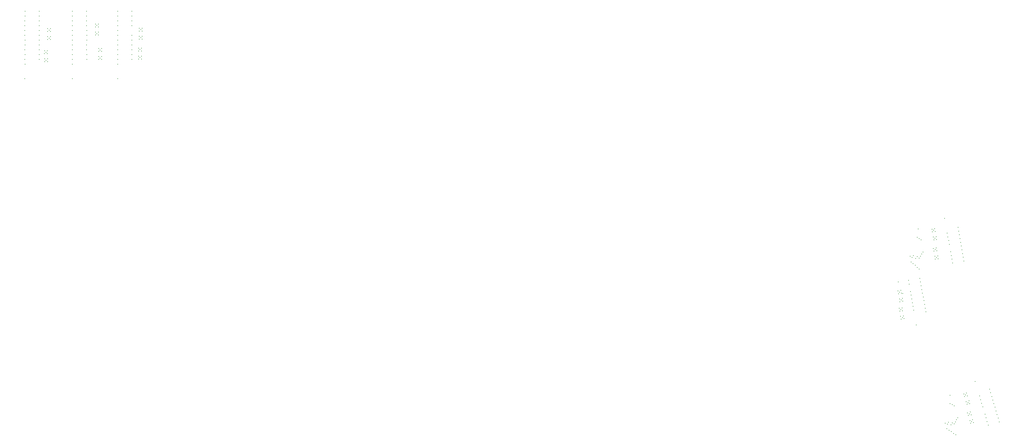
<source format=gbr>
*
G4_C Author: OrCAD GerbTool(tm) 8.1.1 Thu Jun 19 00:37:15 2003*
G4 Mass Parameters *
G4 Image *
G4 Aperture Definitions *
G4 Plot Data *
G4 Mass Parameters *
G4 Image *
G4 Aperture Definitions *
G4 Plot Data *
G4 Mass Parameters *
G4 Image *
G4 Aperture Definitions *
G4 Plot Data *
G4 Mass Parameters *
G4 Image *
G4 Aperture Definitions *
G4 Plot Data *
%LPD*%
%FSLAX34Y34*%
%MOIN*%
%AD*%
%ADD10R,0.050000X0.050000*%
%ADD11C,0.006000*%
%ADD12C,0.019000*%
%ADD13C,0.007900*%
%ADD14C,0.005000*%
%ADD15C,0.000800*%
%ADD16R,0.070000X0.025000*%
%ADD17R,0.068000X0.023000*%
%ADD18C,0.006000*%
%ADD19C,0.009800*%
%ADD20C,0.010000*%
%ADD21C,0.030000*%
%ADD22C,0.060000*%
%ADD23C,0.035000*%
%ADD24C,0.055000*%
%ADD25C,0.065000*%
%ADD256C,0.015000*%
%ADD257C,0.011000*%
%ADD258C,0.036000*%
G4_C OrCAD GerbTool Tool List *
G4_D256 2 0.0150 T 0 0*
G4_D257 1 0.0110 T 0 0*
G4_D258 3 0.0360 T 0 0*
G54D257*
G1X11801Y58884D3*
G1X11799Y58384D3*
G1X11799Y57884D3*
G1X11801Y56383D3*
G1X11800Y55883D3*
G1X11799Y55384D3*
G1X11799Y54884D3*
G1X11800Y54384D3*
G1X11800Y53883D3*
G1X10329Y58885D3*
G1X10329Y58385D3*
G1X10328Y57884D3*
G1X10328Y57385D3*
G1X10328Y56885D3*
G1X10328Y56384D3*
G1X10329Y55884D3*
G1X10329Y55385D3*
G1X10328Y54884D3*
G1X10329Y54385D3*
G1X10328Y53885D3*
G1X10329Y53384D3*
G1X10328Y51885D3*
G1X11799Y57384D3*
G1X12787Y53914D3*
G1X12787Y54215D3*
G1X12488Y53914D3*
G1X12488Y54214D3*
G1X12638Y54064D3*
G1X12787Y54754D3*
G1X12787Y55055D3*
G1X12487Y54754D3*
G1X12487Y55054D3*
G1X12637Y54904D3*
G1X12864Y55978D3*
G1X12864Y56278D3*
G1X12564Y55978D3*
G1X12564Y56278D3*
G1X12714Y56128D3*
G1X12863Y56818D3*
G1X12863Y57118D3*
G1X12564Y56818D3*
G1X12564Y57118D3*
G1X12714Y56968D3*
G1X7110Y57384D3*
G1X7111Y56883D3*
G1X7112Y56383D3*
G1X7111Y55883D3*
G1X7110Y55384D3*
G1X7110Y54884D3*
G1X7111Y54384D3*
G1X7111Y53883D3*
G1X5640Y58886D3*
G1X5640Y58386D3*
G1X5639Y57885D3*
G1X5639Y57386D3*
G1X5639Y56886D3*
G1X5639Y56385D3*
G1X5640Y55885D3*
G1X5640Y55386D3*
G1X5639Y54885D3*
G1X5640Y54386D3*
G1X5639Y53886D3*
G1X5640Y53385D3*
G1X5639Y51885D3*
G1X7110Y58884D3*
G1X7110Y58384D3*
G1X7110Y57884D3*
G1X8656Y53860D3*
G1X8656Y54160D3*
G1X8356Y53860D3*
G1X8357Y54160D3*
G1X8507Y54010D3*
G1X8655Y54700D3*
G1X8655Y55000D3*
G1X8356Y54700D3*
G1X8356Y55000D3*
G1X8506Y54850D3*
G1X8325Y56402D3*
G1X8325Y56703D3*
G1X8026Y56402D3*
G1X8026Y56702D3*
G1X8176Y56552D3*
G1X8325Y57242D3*
G1X8325Y57542D3*
G1X8025Y57242D3*
G1X8025Y57542D3*
G1X8175Y57392D3*
G1X2183Y58883D3*
G1X2181Y58383D3*
G1X2181Y57883D3*
G1X2181Y57383D3*
G1X2182Y56882D3*
G1X2183Y56382D3*
G1X2182Y55882D3*
G1X2181Y55383D3*
G1X2181Y54883D3*
G1X2182Y54383D3*
G1X2182Y53882D3*
G1X711Y58884D3*
G1X711Y58384D3*
G1X710Y57883D3*
G1X710Y57384D3*
G1X710Y56884D3*
G1X710Y56383D3*
G1X711Y55883D3*
G1X711Y55384D3*
G1X710Y54883D3*
G1X711Y54384D3*
G1X710Y53884D3*
G1X711Y53383D3*
G1X710Y51883D3*
G1X3044Y53625D3*
G1X3044Y53925D3*
G1X2744Y53625D3*
G1X2744Y53925D3*
G1X2894Y53775D3*
G1X3043Y54465D3*
G1X3043Y54765D3*
G1X2743Y54465D3*
G1X2744Y54764D3*
G1X2893Y54615D3*
G1X3363Y55929D3*
G1X3363Y56229D3*
G1X3063Y55929D3*
G1X3063Y56229D3*
G1X3213Y56079D3*
G1X3362Y56769D3*
G1X3362Y57069D3*
G1X3062Y56769D3*
G1X3063Y57068D3*
G1X3212Y56919D3*
G1X93180Y33398D3*
G1X93405Y32117D3*
G1X93180Y35409D3*
G1X93383Y35267D3*
G1X93586Y35125D3*
G1X93809Y33863D3*
G1X93667Y33660D3*
G1X93525Y33457D3*
G1X93383Y33255D3*
G1X92461Y33450D3*
G1X92664Y33307D3*
G1X93039Y33194D3*
G1X92805Y33510D3*
G1X92980Y32510D3*
G1X92774Y32671D3*
G1X93197Y32288D3*
G1X92564Y32853D3*
G1X98039Y32948D3*
G1X97970Y33337D3*
G1X97902Y33724D3*
G1X97834Y34111D3*
G1X97765Y34499D3*
G1X97697Y34886D3*
G1X97629Y35274D3*
G1X97560Y35662D3*
G1X97492Y36050D3*
G1X97423Y36437D3*
G1X96856Y32739D3*
G1X96788Y33127D3*
G1X96719Y33514D3*
G1X96651Y33902D3*
G1X96514Y34677D3*
G1X96446Y35065D3*
G1X96377Y35453D3*
G1X96309Y35841D3*
G1X96036Y37390D3*
G1X95370Y33183D3*
G1X95318Y33478D3*
G1X95075Y33131D3*
G1X95023Y33426D3*
G1X95197Y33304D3*
G1X95223Y34010D3*
G1X95171Y34305D3*
G1X94928Y33958D3*
G1X94877Y34252D3*
G1X95050Y34132D3*
G1X95208Y35184D3*
G1X95156Y35480D3*
G1X94913Y35132D3*
G1X94861Y35427D3*
G1X95035Y35306D3*
G1X95062Y36011D3*
G1X95009Y36307D3*
G1X94766Y35959D3*
G1X94715Y36254D3*
G1X94888Y36133D3*
G1X93290Y36275D3*
G1X96821Y16145D3*
G1X97189Y14899D3*
G1X96594Y18144D3*
G1X96811Y18026D3*
G1X97029Y17908D3*
G1X97393Y16679D3*
G1X97275Y16461D3*
G1X97157Y16244D3*
G1X97038Y16026D3*
G1X96101Y16116D3*
G1X96318Y15996D3*
G1X96704Y15927D3*
G1X96436Y16215D3*
G1X96722Y15241D3*
G1X96500Y15377D3*
G1X96963Y15044D3*
G1X96270Y15535D3*
G1X101699Y16248D3*
G1X101587Y16627D3*
G1X101476Y17004D3*
G1X101364Y17380D3*
G1X101252Y17758D3*
G1X101140Y18135D3*
G1X101029Y18513D3*
G1X100917Y18891D3*
G1X100805Y19268D3*
G1X100693Y19645D3*
G1X100548Y15907D3*
G1X100436Y16285D3*
G1X100324Y16662D3*
G1X100212Y17039D3*
G1X99989Y17794D3*
G1X99877Y18172D3*
G1X99765Y18549D3*
G1X99653Y18927D3*
G1X99206Y20435D3*
G1X99021Y16180D3*
G1X98936Y16467D3*
G1X98734Y16095D3*
G1X98649Y16382D3*
G1X98835Y16281D3*
G1X98782Y16985D3*
G1X98697Y17273D3*
G1X98494Y16900D3*
G1X98410Y17187D3*
G1X98596Y17086D3*
G1X98634Y18150D3*
G1X98549Y18438D3*
G1X98346Y18065D3*
G1X98261Y18352D3*
G1X98448Y18251D3*
G1X98394Y18955D3*
G1X98309Y19243D3*
G1X98107Y18870D3*
G1X98023Y19157D3*
G1X98208Y19056D3*
G1X96604Y19017D3*
G1X91701Y29585D3*
G1X94084Y27665D3*
G1X94016Y28053D3*
G1X93947Y28440D3*
G1X93879Y28829D3*
G1X93811Y29216D3*
G1X93742Y29605D3*
G1X93674Y29991D3*
G1X93605Y30379D3*
G1X93537Y30767D3*
G1X93469Y31154D3*
G1X93107Y26294D3*
G1X92834Y27844D3*
G1X92766Y28231D3*
G1X92697Y28619D3*
G1X92629Y29007D3*
G1X92560Y29395D3*
G1X92492Y29782D3*
G1X92355Y30557D3*
G1X92287Y30945D3*
G1X91823Y26959D3*
G1X91771Y27255D3*
G1X91528Y26907D3*
G1X91476Y27203D3*
G1X91649Y27081D3*
G1X91676Y27786D3*
G1X91624Y28082D3*
G1X91381Y27734D3*
G1X91330Y28029D3*
G1X91503Y27908D3*
G1X91696Y28771D3*
G1X91644Y29066D3*
G1X91400Y28719D3*
G1X91348Y29014D3*
G1X91522Y28892D3*
G1X91549Y29598D3*
G1X91497Y29893D3*
G1X91253Y29546D3*
G1X91202Y29840D3*
G1X91375Y29720D3*
G1X91229Y30759D3*
M2*

</source>
